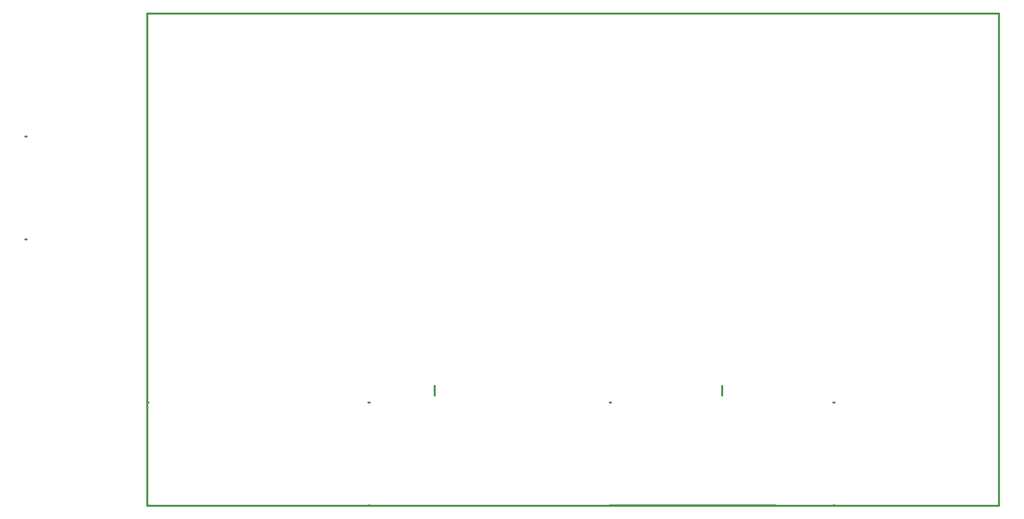
<source format=gbr>
G04 (created by PCBNEW-RS274X (2011-07-08)-stable) date Sun 14 Aug 2011 03:50:59 PM EDT*
G01*
G70*
G90*
%MOIN*%
G04 Gerber Fmt 3.4, Leading zero omitted, Abs format*
%FSLAX34Y34*%
G04 APERTURE LIST*
%ADD10C,0.006000*%
%ADD11C,0.015000*%
G04 APERTURE END LIST*
G54D10*
G54D11*
X21500Y-56960D02*
X93500Y-56960D01*
X21500Y-15300D02*
X21500Y-56960D01*
X93500Y-15400D02*
X93500Y-56960D01*
X21500Y-15300D02*
X93500Y-15300D01*
X21500Y-46800D02*
X21500Y-47600D01*
X70100Y-46800D02*
X70100Y-47600D01*
X45800Y-46800D02*
X45800Y-47600D01*
X21500Y-48200D02*
X21600Y-48200D01*
X21500Y-56900D02*
X21500Y-48200D01*
X21600Y-56900D02*
X21500Y-56900D01*
X79500Y-48200D02*
X79600Y-48200D01*
X79600Y-56900D02*
X79500Y-56900D01*
X60600Y-48200D02*
X60700Y-48200D01*
X60700Y-56900D02*
X60600Y-56900D01*
X74600Y-56900D02*
X60700Y-56900D01*
X40200Y-48200D02*
X40300Y-48200D01*
X40300Y-56900D02*
X40200Y-56900D01*
X11200Y-25700D02*
X11300Y-25700D01*
X11300Y-34400D02*
X11200Y-34400D01*
M02*

</source>
